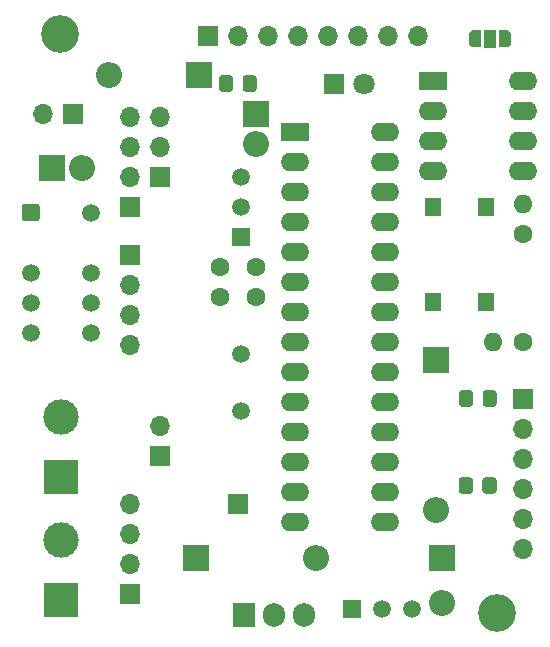
<source format=gbr>
%TF.GenerationSoftware,KiCad,Pcbnew,(5.1.12)-1*%
%TF.CreationDate,2025-07-02T13:27:01+02:00*%
%TF.ProjectId,telecommande,74656c65-636f-46d6-9d61-6e64652e6b69,rev?*%
%TF.SameCoordinates,Original*%
%TF.FileFunction,Soldermask,Top*%
%TF.FilePolarity,Negative*%
%FSLAX46Y46*%
G04 Gerber Fmt 4.6, Leading zero omitted, Abs format (unit mm)*
G04 Created by KiCad (PCBNEW (5.1.12)-1) date 2025-07-02 13:27:01*
%MOMM*%
%LPD*%
G01*
G04 APERTURE LIST*
%ADD10O,1.700000X1.700000*%
%ADD11R,1.700000X1.700000*%
%ADD12O,2.200000X2.200000*%
%ADD13R,2.200000X2.200000*%
%ADD14C,3.200000*%
%ADD15O,2.400000X1.600000*%
%ADD16R,2.400000X1.600000*%
%ADD17R,1.000000X1.500000*%
%ADD18C,0.100000*%
%ADD19O,1.600000X1.600000*%
%ADD20C,1.600000*%
%ADD21C,1.500000*%
%ADD22O,1.905000X2.000000*%
%ADD23R,1.905000X2.000000*%
%ADD24R,1.500000X1.500000*%
%ADD25R,1.400000X1.600000*%
%ADD26C,3.000000*%
%ADD27R,3.000000X3.000000*%
%ADD28C,1.800000*%
%ADD29R,1.800000X1.800000*%
G04 APERTURE END LIST*
%TO.C,R7*%
G36*
G01*
X118964000Y-109785999D02*
X118964000Y-110686001D01*
G75*
G02*
X118714001Y-110936000I-249999J0D01*
G01*
X118013999Y-110936000D01*
G75*
G02*
X117764000Y-110686001I0J249999D01*
G01*
X117764000Y-109785999D01*
G75*
G02*
X118013999Y-109536000I249999J0D01*
G01*
X118714001Y-109536000D01*
G75*
G02*
X118964000Y-109785999I0J-249999D01*
G01*
G37*
G36*
G01*
X120964000Y-109785999D02*
X120964000Y-110686001D01*
G75*
G02*
X120714001Y-110936000I-249999J0D01*
G01*
X120013999Y-110936000D01*
G75*
G02*
X119764000Y-110686001I0J249999D01*
G01*
X119764000Y-109785999D01*
G75*
G02*
X120013999Y-109536000I249999J0D01*
G01*
X120714001Y-109536000D01*
G75*
G02*
X120964000Y-109785999I0J-249999D01*
G01*
G37*
%TD*%
D10*
%TO.C,J11*%
X89916000Y-98298000D03*
X89916000Y-95758000D03*
X89916000Y-93218000D03*
D11*
X89916000Y-90678000D03*
%TD*%
D10*
%TO.C,J2*%
X82550000Y-78740000D03*
D11*
X85090000Y-78740000D03*
%TD*%
D12*
%TO.C,D3*%
X88138000Y-75438000D03*
D13*
X95758000Y-75438000D03*
%TD*%
D10*
%TO.C,J10*%
X89916000Y-111760000D03*
X89916000Y-114300000D03*
X89916000Y-116840000D03*
D11*
X89916000Y-119380000D03*
%TD*%
D10*
%TO.C,J9*%
X92456000Y-78994000D03*
X92456000Y-81534000D03*
D11*
X92456000Y-84074000D03*
%TD*%
D10*
%TO.C,J4*%
X92456000Y-105156000D03*
D11*
X92456000Y-107696000D03*
%TD*%
D10*
%TO.C,J3*%
X89916000Y-78994000D03*
X89916000Y-81534000D03*
X89916000Y-84074000D03*
D11*
X89916000Y-86614000D03*
%TD*%
D14*
%TO.C,H2*%
X121000000Y-121000000D03*
%TD*%
%TO.C,H1*%
X84000000Y-72000000D03*
%TD*%
D10*
%TO.C,J1*%
X114300000Y-72136000D03*
X111760000Y-72136000D03*
X109220000Y-72136000D03*
X106680000Y-72136000D03*
X104140000Y-72136000D03*
X101600000Y-72136000D03*
X99060000Y-72136000D03*
D11*
X96520000Y-72136000D03*
%TD*%
%TO.C,R1*%
G36*
G01*
X98660000Y-75749999D02*
X98660000Y-76650001D01*
G75*
G02*
X98410001Y-76900000I-249999J0D01*
G01*
X97709999Y-76900000D01*
G75*
G02*
X97460000Y-76650001I0J249999D01*
G01*
X97460000Y-75749999D01*
G75*
G02*
X97709999Y-75500000I249999J0D01*
G01*
X98410001Y-75500000D01*
G75*
G02*
X98660000Y-75749999I0J-249999D01*
G01*
G37*
G36*
G01*
X100660000Y-75749999D02*
X100660000Y-76650001D01*
G75*
G02*
X100410001Y-76900000I-249999J0D01*
G01*
X99709999Y-76900000D01*
G75*
G02*
X99460000Y-76650001I0J249999D01*
G01*
X99460000Y-75749999D01*
G75*
G02*
X99709999Y-75500000I249999J0D01*
G01*
X100410001Y-75500000D01*
G75*
G02*
X100660000Y-75749999I0J-249999D01*
G01*
G37*
%TD*%
D15*
%TO.C,U3*%
X123190000Y-75946000D03*
X115570000Y-83566000D03*
X123190000Y-78486000D03*
X115570000Y-81026000D03*
X123190000Y-81026000D03*
X115570000Y-78486000D03*
X123190000Y-83566000D03*
D16*
X115570000Y-75946000D03*
%TD*%
D17*
%TO.C,JP1*%
X120396000Y-72390000D03*
D18*
G36*
X119096000Y-73139398D02*
G01*
X119071466Y-73139398D01*
X119022635Y-73134588D01*
X118974510Y-73125016D01*
X118927555Y-73110772D01*
X118882222Y-73091995D01*
X118838949Y-73068864D01*
X118798150Y-73041604D01*
X118760221Y-73010476D01*
X118725524Y-72975779D01*
X118694396Y-72937850D01*
X118667136Y-72897051D01*
X118644005Y-72853778D01*
X118625228Y-72808445D01*
X118610984Y-72761490D01*
X118601412Y-72713365D01*
X118596602Y-72664534D01*
X118596602Y-72640000D01*
X118596000Y-72640000D01*
X118596000Y-72140000D01*
X118596602Y-72140000D01*
X118596602Y-72115466D01*
X118601412Y-72066635D01*
X118610984Y-72018510D01*
X118625228Y-71971555D01*
X118644005Y-71926222D01*
X118667136Y-71882949D01*
X118694396Y-71842150D01*
X118725524Y-71804221D01*
X118760221Y-71769524D01*
X118798150Y-71738396D01*
X118838949Y-71711136D01*
X118882222Y-71688005D01*
X118927555Y-71669228D01*
X118974510Y-71654984D01*
X119022635Y-71645412D01*
X119071466Y-71640602D01*
X119096000Y-71640602D01*
X119096000Y-71640000D01*
X119646000Y-71640000D01*
X119646000Y-73140000D01*
X119096000Y-73140000D01*
X119096000Y-73139398D01*
G37*
G36*
X121146000Y-71640000D02*
G01*
X121696000Y-71640000D01*
X121696000Y-71640602D01*
X121720534Y-71640602D01*
X121769365Y-71645412D01*
X121817490Y-71654984D01*
X121864445Y-71669228D01*
X121909778Y-71688005D01*
X121953051Y-71711136D01*
X121993850Y-71738396D01*
X122031779Y-71769524D01*
X122066476Y-71804221D01*
X122097604Y-71842150D01*
X122124864Y-71882949D01*
X122147995Y-71926222D01*
X122166772Y-71971555D01*
X122181016Y-72018510D01*
X122190588Y-72066635D01*
X122195398Y-72115466D01*
X122195398Y-72140000D01*
X122196000Y-72140000D01*
X122196000Y-72640000D01*
X122195398Y-72640000D01*
X122195398Y-72664534D01*
X122190588Y-72713365D01*
X122181016Y-72761490D01*
X122166772Y-72808445D01*
X122147995Y-72853778D01*
X122124864Y-72897051D01*
X122097604Y-72937850D01*
X122066476Y-72975779D01*
X122031779Y-73010476D01*
X121993850Y-73041604D01*
X121953051Y-73068864D01*
X121909778Y-73091995D01*
X121864445Y-73110772D01*
X121817490Y-73125016D01*
X121769365Y-73134588D01*
X121720534Y-73139398D01*
X121696000Y-73139398D01*
X121696000Y-73140000D01*
X121146000Y-73140000D01*
X121146000Y-71640000D01*
G37*
%TD*%
D19*
%TO.C,R2*%
X120650000Y-98044000D03*
D20*
X123190000Y-98044000D03*
%TD*%
D12*
%TO.C,D5*%
X116332000Y-120142000D03*
D13*
X116332000Y-116332000D03*
%TD*%
D12*
%TO.C,D1*%
X115824000Y-112268000D03*
D13*
X115824000Y-99568000D03*
%TD*%
D12*
%TO.C,D7*%
X105664000Y-116332000D03*
D13*
X95504000Y-116332000D03*
%TD*%
D21*
%TO.C,Y1*%
X99314000Y-103960000D03*
X99314000Y-99060000D03*
%TD*%
D22*
%TO.C,U4*%
X104648000Y-121158000D03*
X102108000Y-121158000D03*
D23*
X99568000Y-121158000D03*
%TD*%
D15*
%TO.C,U2*%
X111506000Y-80264000D03*
X103886000Y-113284000D03*
X111506000Y-82804000D03*
X103886000Y-110744000D03*
X111506000Y-85344000D03*
X103886000Y-108204000D03*
X111506000Y-87884000D03*
X103886000Y-105664000D03*
X111506000Y-90424000D03*
X103886000Y-103124000D03*
X111506000Y-92964000D03*
X103886000Y-100584000D03*
X111506000Y-95504000D03*
X103886000Y-98044000D03*
X111506000Y-98044000D03*
X103886000Y-95504000D03*
X111506000Y-100584000D03*
X103886000Y-92964000D03*
X111506000Y-103124000D03*
X103886000Y-90424000D03*
X111506000Y-105664000D03*
X103886000Y-87884000D03*
X111506000Y-108204000D03*
X103886000Y-85344000D03*
X111506000Y-110744000D03*
X103886000Y-82804000D03*
X111506000Y-113284000D03*
D16*
X103886000Y-80264000D03*
%TD*%
D24*
%TO.C,U1*%
X108712000Y-120650000D03*
D21*
X113792000Y-120650000D03*
X111252000Y-120650000D03*
%TD*%
D25*
%TO.C,SW1*%
X120106000Y-94678000D03*
X120106000Y-86678000D03*
X115606000Y-94678000D03*
X115606000Y-86678000D03*
%TD*%
%TO.C,R4*%
G36*
G01*
X118980000Y-102419999D02*
X118980000Y-103320001D01*
G75*
G02*
X118730001Y-103570000I-249999J0D01*
G01*
X118029999Y-103570000D01*
G75*
G02*
X117780000Y-103320001I0J249999D01*
G01*
X117780000Y-102419999D01*
G75*
G02*
X118029999Y-102170000I249999J0D01*
G01*
X118730001Y-102170000D01*
G75*
G02*
X118980000Y-102419999I0J-249999D01*
G01*
G37*
G36*
G01*
X120980000Y-102419999D02*
X120980000Y-103320001D01*
G75*
G02*
X120730001Y-103570000I-249999J0D01*
G01*
X120029999Y-103570000D01*
G75*
G02*
X119780000Y-103320001I0J249999D01*
G01*
X119780000Y-102419999D01*
G75*
G02*
X120029999Y-102170000I249999J0D01*
G01*
X120730001Y-102170000D01*
G75*
G02*
X120980000Y-102419999I0J-249999D01*
G01*
G37*
%TD*%
D19*
%TO.C,R3*%
X123190000Y-86360000D03*
D20*
X123190000Y-88900000D03*
%TD*%
D24*
%TO.C,Q1*%
X99314000Y-89154000D03*
D21*
X99314000Y-84074000D03*
X99314000Y-86614000D03*
%TD*%
%TO.C,K1*%
X86614000Y-87122000D03*
X86614000Y-92202000D03*
X86614000Y-94742000D03*
X86614000Y-97282000D03*
X81534000Y-97282000D03*
X81534000Y-94742000D03*
X81534000Y-92202000D03*
G36*
G01*
X80784000Y-87621500D02*
X80784000Y-86622500D01*
G75*
G02*
X81034500Y-86372000I250500J0D01*
G01*
X82033500Y-86372000D01*
G75*
G02*
X82284000Y-86622500I0J-250500D01*
G01*
X82284000Y-87621500D01*
G75*
G02*
X82033500Y-87872000I-250500J0D01*
G01*
X81034500Y-87872000D01*
G75*
G02*
X80784000Y-87621500I0J250500D01*
G01*
G37*
%TD*%
D11*
%TO.C,J8*%
X99060000Y-111760000D03*
%TD*%
D26*
%TO.C,J7*%
X84074000Y-104394000D03*
D27*
X84074000Y-109474000D03*
%TD*%
D26*
%TO.C,J6*%
X84074000Y-114808000D03*
D27*
X84074000Y-119888000D03*
%TD*%
D10*
%TO.C,J5*%
X123190000Y-115570000D03*
X123190000Y-113030000D03*
X123190000Y-110490000D03*
X123190000Y-107950000D03*
X123190000Y-105410000D03*
D11*
X123190000Y-102870000D03*
%TD*%
D12*
%TO.C,D6*%
X85852000Y-83312000D03*
D13*
X83312000Y-83312000D03*
%TD*%
D28*
%TO.C,D4*%
X109728000Y-76200000D03*
D29*
X107188000Y-76200000D03*
%TD*%
D12*
%TO.C,D2*%
X100584000Y-81280000D03*
D13*
X100584000Y-78740000D03*
%TD*%
D20*
%TO.C,C3*%
X97536000Y-91734000D03*
X97536000Y-94234000D03*
%TD*%
%TO.C,C2*%
X100584000Y-91734000D03*
X100584000Y-94234000D03*
%TD*%
M02*

</source>
